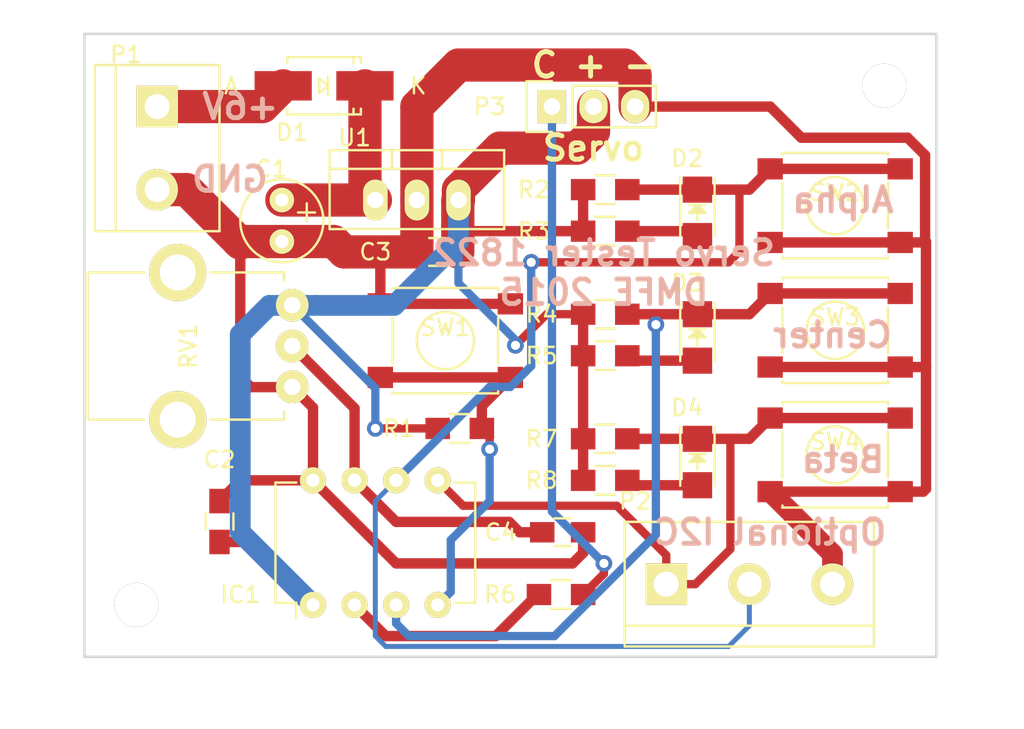
<source format=kicad_pcb>
(kicad_pcb (version 4) (host pcbnew "(2015-10-14 BZR 6269)-product")

  (general
    (links 56)
    (no_connects 0)
    (area 103.429999 98.984999 155.650001 137.235001)
    (thickness 1.6)
    (drawings 13)
    (tracks 161)
    (zones 0)
    (modules 28)
    (nets 15)
  )

  (page A)
  (title_block
    (title "R/C Servo Tester 1822")
    (date 9/19/2015)
    (rev n/c)
    (company "Oxford V.U.E., Inc.")
    (comment 1 "GPL v2")
  )

  (layers
    (0 F.Cu signal)
    (31 B.Cu signal)
    (32 B.Adhes user)
    (33 F.Adhes user)
    (34 B.Paste user)
    (35 F.Paste user)
    (36 B.SilkS user)
    (37 F.SilkS user)
    (38 B.Mask user)
    (39 F.Mask user)
    (40 Dwgs.User user)
    (41 Cmts.User user)
    (42 Eco1.User user)
    (43 Eco2.User user)
    (44 Edge.Cuts user)
    (45 Margin user)
    (46 B.CrtYd user)
    (47 F.CrtYd user)
    (48 B.Fab user)
    (49 F.Fab user)
  )

  (setup
    (last_trace_width 2.032)
    (user_trace_width 0.3048)
    (user_trace_width 0.508)
    (user_trace_width 0.635)
    (user_trace_width 1.27)
    (user_trace_width 2.032)
    (user_trace_width 2.54)
    (trace_clearance 0.2)
    (zone_clearance 0.508)
    (zone_45_only no)
    (trace_min 0.2)
    (segment_width 0.2)
    (edge_width 0.15)
    (via_size 1.016)
    (via_drill 0.5588)
    (via_min_size 0.4)
    (via_min_drill 0.3)
    (uvia_size 0.3)
    (uvia_drill 0.1)
    (uvias_allowed no)
    (uvia_min_size 0.2)
    (uvia_min_drill 0.1)
    (pcb_text_width 0.3)
    (pcb_text_size 1.5 1.5)
    (mod_edge_width 0.15)
    (mod_text_size 1 1)
    (mod_text_width 0.15)
    (pad_size 2.49936 1.50114)
    (pad_drill 1.00076)
    (pad_to_mask_clearance 0)
    (aux_axis_origin 0 0)
    (visible_elements FFFEFF7F)
    (pcbplotparams
      (layerselection 0x010f0_80000001)
      (usegerberextensions true)
      (excludeedgelayer true)
      (linewidth 0.100000)
      (plotframeref false)
      (viasonmask false)
      (mode 1)
      (useauxorigin false)
      (hpglpennumber 1)
      (hpglpenspeed 20)
      (hpglpendiameter 15)
      (hpglpenoverlay 2)
      (psnegative false)
      (psa4output false)
      (plotreference true)
      (plotvalue true)
      (plotinvisibletext false)
      (padsonsilk false)
      (subtractmaskfromsilk false)
      (outputformat 1)
      (mirror false)
      (drillshape 0)
      (scaleselection 1)
      (outputdirectory Fab/))
  )

  (net 0 "")
  (net 1 GND)
  (net 2 "Net-(C1-Pad1)")
  (net 3 +5V)
  (net 4 "Net-(C4-Pad1)")
  (net 5 "Net-(D1-Pad2)")
  (net 6 "Net-(D2-Pad2)")
  (net 7 "Net-(D2-Pad1)")
  (net 8 "Net-(D3-Pad2)")
  (net 9 "Net-(D3-Pad1)")
  (net 10 "Net-(D4-Pad2)")
  (net 11 "Net-(D4-Pad1)")
  (net 12 "Net-(IC1-Pad2)")
  (net 13 "Net-(IC1-Pad4)")
  (net 14 "Net-(P3-Pad1)")

  (net_class Default "This is the default net class."
    (clearance 0.2)
    (trace_width 0.3048)
    (via_dia 1.016)
    (via_drill 0.5588)
    (uvia_dia 0.3)
    (uvia_drill 0.1)
    (add_net +5V)
    (add_net GND)
    (add_net "Net-(C1-Pad1)")
    (add_net "Net-(C4-Pad1)")
    (add_net "Net-(D1-Pad2)")
    (add_net "Net-(D2-Pad1)")
    (add_net "Net-(D2-Pad2)")
    (add_net "Net-(D3-Pad1)")
    (add_net "Net-(D3-Pad2)")
    (add_net "Net-(D4-Pad1)")
    (add_net "Net-(D4-Pad2)")
    (add_net "Net-(IC1-Pad2)")
    (add_net "Net-(IC1-Pad4)")
    (add_net "Net-(P3-Pad1)")
  )

  (module Capacitors_Elko_ThroughHole:Elko_vert_11x5mm_RM2.5 (layer F.Cu) (tedit 5454A2C2) (tstamp 55FDDBF7)
    (at 115.57 109.22 270)
    (descr "Electrolytic Capacitor, vertical, diameter 5mm, radial, RM 2,5mm")
    (tags "Electrolytic Capacitor, vertical, diameter 5mm, radial, RM 2,5mm, Elko, Electrolytkondensator, Kondensator gepolt, Durchmesser 5mm")
    (path /55FDC946)
    (fp_text reference C1 (at -1.905 0.635 360) (layer F.SilkS)
      (effects (font (size 1 1) (thickness 0.15)))
    )
    (fp_text value 2.2uf (at 1.27 5.08 270) (layer F.Fab)
      (effects (font (size 1 1) (thickness 0.15)))
    )
    (fp_line (start 0.2032 -1.524) (end 1.27 -1.524) (layer F.Cu) (width 0.15))
    (fp_line (start 0.762 -2.032) (end 0.762 -0.9906) (layer F.Cu) (width 0.15))
    (fp_line (start 1.27 -1.524) (end 0.2032 -1.524) (layer F.SilkS) (width 0.15))
    (fp_line (start 0.762 -2.032) (end 0.762 -0.9906) (layer F.SilkS) (width 0.15))
    (fp_circle (center 1.27 0) (end 3.81 0) (layer F.SilkS) (width 0.15))
    (pad 2 thru_hole circle (at 2.54 0 270) (size 1.50114 1.50114) (drill 0.8001) (layers *.Cu *.Mask F.SilkS)
      (net 1 GND))
    (pad 1 thru_hole circle (at 0 0 270) (size 1.50114 1.50114) (drill 0.8001) (layers *.Cu *.Mask F.SilkS)
      (net 2 "Net-(C1-Pad1)"))
    (model Capacitors_Elko_ThroughHole.3dshapes/Elko_vert_11x5mm_RM2.5.wrl
      (at (xyz 0 0 0))
      (scale (xyz 1 1 1))
      (rotate (xyz 0 0 0))
    )
  )

  (module Capacitors_SMD:C_0805_HandSoldering (layer F.Cu) (tedit 541A9B8D) (tstamp 55FDDBFD)
    (at 111.76 128.885 90)
    (descr "Capacitor SMD 0805, hand soldering")
    (tags "capacitor 0805")
    (path /55FDC8F4)
    (attr smd)
    (fp_text reference C2 (at 3.79 0 180) (layer F.SilkS)
      (effects (font (size 1 1) (thickness 0.15)))
    )
    (fp_text value .1uf (at 0 2.1 90) (layer F.Fab)
      (effects (font (size 1 1) (thickness 0.15)))
    )
    (fp_line (start -2.3 -1) (end 2.3 -1) (layer F.CrtYd) (width 0.05))
    (fp_line (start -2.3 1) (end 2.3 1) (layer F.CrtYd) (width 0.05))
    (fp_line (start -2.3 -1) (end -2.3 1) (layer F.CrtYd) (width 0.05))
    (fp_line (start 2.3 -1) (end 2.3 1) (layer F.CrtYd) (width 0.05))
    (fp_line (start 0.5 -0.85) (end -0.5 -0.85) (layer F.SilkS) (width 0.15))
    (fp_line (start -0.5 0.85) (end 0.5 0.85) (layer F.SilkS) (width 0.15))
    (pad 1 smd rect (at -1.25 0 90) (size 1.5 1.25) (layers F.Cu F.Paste F.Mask)
      (net 3 +5V))
    (pad 2 smd rect (at 1.25 0 90) (size 1.5 1.25) (layers F.Cu F.Paste F.Mask)
      (net 1 GND))
    (model Capacitors_SMD.3dshapes/C_0805_HandSoldering.wrl
      (at (xyz 0 0 0))
      (scale (xyz 1 1 1))
      (rotate (xyz 0 0 0))
    )
  )

  (module Capacitors_SMD:C_0805_HandSoldering (layer F.Cu) (tedit 541A9B8D) (tstamp 55FDDC03)
    (at 125.075 112.395 180)
    (descr "Capacitor SMD 0805, hand soldering")
    (tags "capacitor 0805")
    (path /55FDC922)
    (attr smd)
    (fp_text reference C3 (at 3.79 0 180) (layer F.SilkS)
      (effects (font (size 1 1) (thickness 0.15)))
    )
    (fp_text value .1uf (at 0 2.1 180) (layer F.Fab)
      (effects (font (size 1 1) (thickness 0.15)))
    )
    (fp_line (start -2.3 -1) (end 2.3 -1) (layer F.CrtYd) (width 0.05))
    (fp_line (start -2.3 1) (end 2.3 1) (layer F.CrtYd) (width 0.05))
    (fp_line (start -2.3 -1) (end -2.3 1) (layer F.CrtYd) (width 0.05))
    (fp_line (start 2.3 -1) (end 2.3 1) (layer F.CrtYd) (width 0.05))
    (fp_line (start 0.5 -0.85) (end -0.5 -0.85) (layer F.SilkS) (width 0.15))
    (fp_line (start -0.5 0.85) (end 0.5 0.85) (layer F.SilkS) (width 0.15))
    (pad 1 smd rect (at -1.25 0 180) (size 1.5 1.25) (layers F.Cu F.Paste F.Mask)
      (net 3 +5V))
    (pad 2 smd rect (at 1.25 0 180) (size 1.5 1.25) (layers F.Cu F.Paste F.Mask)
      (net 1 GND))
    (model Capacitors_SMD.3dshapes/C_0805_HandSoldering.wrl
      (at (xyz 0 0 0))
      (scale (xyz 1 1 1))
      (rotate (xyz 0 0 0))
    )
  )

  (module Capacitors_SMD:C_0805_HandSoldering (layer F.Cu) (tedit 541A9B8D) (tstamp 55FDDC09)
    (at 132.735 129.54)
    (descr "Capacitor SMD 0805, hand soldering")
    (tags "capacitor 0805")
    (path /55FDCCB0)
    (attr smd)
    (fp_text reference C4 (at -3.79 0) (layer F.SilkS)
      (effects (font (size 1 1) (thickness 0.15)))
    )
    (fp_text value .1uf (at 0 2.1) (layer F.Fab)
      (effects (font (size 1 1) (thickness 0.15)))
    )
    (fp_line (start -2.3 -1) (end 2.3 -1) (layer F.CrtYd) (width 0.05))
    (fp_line (start -2.3 1) (end 2.3 1) (layer F.CrtYd) (width 0.05))
    (fp_line (start -2.3 -1) (end -2.3 1) (layer F.CrtYd) (width 0.05))
    (fp_line (start 2.3 -1) (end 2.3 1) (layer F.CrtYd) (width 0.05))
    (fp_line (start 0.5 -0.85) (end -0.5 -0.85) (layer F.SilkS) (width 0.15))
    (fp_line (start -0.5 0.85) (end 0.5 0.85) (layer F.SilkS) (width 0.15))
    (pad 1 smd rect (at -1.25 0) (size 1.5 1.25) (layers F.Cu F.Paste F.Mask)
      (net 4 "Net-(C4-Pad1)"))
    (pad 2 smd rect (at 1.25 0) (size 1.5 1.25) (layers F.Cu F.Paste F.Mask)
      (net 1 GND))
    (model Capacitors_SMD.3dshapes/C_0805_HandSoldering.wrl
      (at (xyz 0 0 0))
      (scale (xyz 1 1 1))
      (rotate (xyz 0 0 0))
    )
  )

  (module Diodes_SMD:Diode-SMA_Handsoldering (layer F.Cu) (tedit 552FF1AB) (tstamp 55FDDC0F)
    (at 118.15064 102.235 180)
    (descr "Diode SMA Handsoldering")
    (tags "Diode SMA Handsoldering")
    (path /55FDC8B2)
    (attr smd)
    (fp_text reference D1 (at 1.94564 -2.85 180) (layer F.SilkS)
      (effects (font (size 1 1) (thickness 0.15)))
    )
    (fp_text value Diode (at 0.05 4.4 180) (layer F.Fab)
      (effects (font (size 1 1) (thickness 0.15)))
    )
    (fp_line (start -4.5 -2) (end 4.5 -2) (layer F.CrtYd) (width 0.05))
    (fp_line (start 4.5 -2) (end 4.5 2) (layer F.CrtYd) (width 0.05))
    (fp_line (start 4.5 2) (end -4.5 2) (layer F.CrtYd) (width 0.05))
    (fp_line (start -4.5 2) (end -4.5 -2) (layer F.CrtYd) (width 0.05))
    (fp_line (start -0.25 0) (end 0.3 -0.45) (layer F.SilkS) (width 0.15))
    (fp_line (start 0.3 -0.45) (end 0.3 0.45) (layer F.SilkS) (width 0.15))
    (fp_line (start 0.3 0.45) (end -0.25 0) (layer F.SilkS) (width 0.15))
    (fp_line (start -0.25 -0.55) (end -0.25 0.55) (layer F.SilkS) (width 0.15))
    (fp_text user K (at -5.75564 0 180) (layer F.SilkS)
      (effects (font (size 1 1) (thickness 0.15)))
    )
    (fp_text user A (at 5.67436 0 180) (layer F.SilkS)
      (effects (font (size 1 1) (thickness 0.15)))
    )
    (fp_line (start -1.79914 1.75006) (end -1.79914 1.39954) (layer F.SilkS) (width 0.15))
    (fp_line (start -1.79914 -1.75006) (end -1.79914 -1.39954) (layer F.SilkS) (width 0.15))
    (fp_line (start 2.25044 1.75006) (end 2.25044 1.39954) (layer F.SilkS) (width 0.15))
    (fp_line (start -2.25044 1.75006) (end -2.25044 1.39954) (layer F.SilkS) (width 0.15))
    (fp_line (start -2.25044 -1.75006) (end -2.25044 -1.39954) (layer F.SilkS) (width 0.15))
    (fp_line (start 2.25044 -1.75006) (end 2.25044 -1.39954) (layer F.SilkS) (width 0.15))
    (fp_line (start -2.25044 1.75006) (end 2.25044 1.75006) (layer F.SilkS) (width 0.15))
    (fp_line (start -2.25044 -1.75006) (end 2.25044 -1.75006) (layer F.SilkS) (width 0.15))
    (pad 1 smd rect (at -2.49936 0 180) (size 3.50012 1.80086) (layers F.Cu F.Paste F.Mask)
      (net 2 "Net-(C1-Pad1)"))
    (pad 2 smd rect (at 2.49936 0 180) (size 3.50012 1.80086) (layers F.Cu F.Paste F.Mask)
      (net 5 "Net-(D1-Pad2)"))
    (model Diodes_SMD.3dshapes/Diode-SMA_Handsoldering.wrl
      (at (xyz 0 0 0))
      (scale (xyz 0.3937 0.3937 0.3937))
      (rotate (xyz 0 0 180))
    )
  )

  (module LEDs:LED-1206 (layer F.Cu) (tedit 55BDE2E8) (tstamp 55FDDC15)
    (at 140.97 110.00486 270)
    (descr "LED 1206 smd package")
    (tags "LED1206 SMD")
    (path /55FDCE48)
    (attr smd)
    (fp_text reference D2 (at -3.32486 0.635 360) (layer F.SilkS)
      (effects (font (size 1 1) (thickness 0.15)))
    )
    (fp_text value LED (at 0 2 270) (layer F.Fab)
      (effects (font (size 1 1) (thickness 0.15)))
    )
    (fp_line (start -2.15 1.05) (end 1.45 1.05) (layer F.SilkS) (width 0.15))
    (fp_line (start -2.15 -1.05) (end 1.45 -1.05) (layer F.SilkS) (width 0.15))
    (fp_line (start -0.1 -0.3) (end -0.1 0.3) (layer F.SilkS) (width 0.15))
    (fp_line (start -0.1 0.3) (end -0.4 0) (layer F.SilkS) (width 0.15))
    (fp_line (start -0.4 0) (end -0.2 -0.2) (layer F.SilkS) (width 0.15))
    (fp_line (start -0.2 -0.2) (end -0.2 0.05) (layer F.SilkS) (width 0.15))
    (fp_line (start -0.2 0.05) (end -0.25 0) (layer F.SilkS) (width 0.15))
    (fp_line (start -0.5 -0.5) (end -0.5 0.5) (layer F.SilkS) (width 0.15))
    (fp_line (start 0 0) (end 0.5 0) (layer F.SilkS) (width 0.15))
    (fp_line (start -0.5 0) (end 0 -0.5) (layer F.SilkS) (width 0.15))
    (fp_line (start 0 -0.5) (end 0 0.5) (layer F.SilkS) (width 0.15))
    (fp_line (start 0 0.5) (end -0.5 0) (layer F.SilkS) (width 0.15))
    (fp_line (start 2.5 -1.25) (end -2.5 -1.25) (layer F.CrtYd) (width 0.05))
    (fp_line (start -2.5 -1.25) (end -2.5 1.25) (layer F.CrtYd) (width 0.05))
    (fp_line (start -2.5 1.25) (end 2.5 1.25) (layer F.CrtYd) (width 0.05))
    (fp_line (start 2.5 1.25) (end 2.5 -1.25) (layer F.CrtYd) (width 0.05))
    (pad 2 smd rect (at 1.41986 0 90) (size 1.59766 1.80086) (layers F.Cu F.Paste F.Mask)
      (net 6 "Net-(D2-Pad2)"))
    (pad 1 smd rect (at -1.41986 0 90) (size 1.59766 1.80086) (layers F.Cu F.Paste F.Mask)
      (net 7 "Net-(D2-Pad1)"))
  )

  (module LEDs:LED-1206 (layer F.Cu) (tedit 55BDE2E8) (tstamp 55FDDC1B)
    (at 140.97 117.62486 270)
    (descr "LED 1206 smd package")
    (tags "LED1206 SMD")
    (path /55FDCE95)
    (attr smd)
    (fp_text reference D3 (at -3.32486 0.635 360) (layer F.SilkS)
      (effects (font (size 1 1) (thickness 0.15)))
    )
    (fp_text value LED (at 0 2 270) (layer F.Fab)
      (effects (font (size 1 1) (thickness 0.15)))
    )
    (fp_line (start -2.15 1.05) (end 1.45 1.05) (layer F.SilkS) (width 0.15))
    (fp_line (start -2.15 -1.05) (end 1.45 -1.05) (layer F.SilkS) (width 0.15))
    (fp_line (start -0.1 -0.3) (end -0.1 0.3) (layer F.SilkS) (width 0.15))
    (fp_line (start -0.1 0.3) (end -0.4 0) (layer F.SilkS) (width 0.15))
    (fp_line (start -0.4 0) (end -0.2 -0.2) (layer F.SilkS) (width 0.15))
    (fp_line (start -0.2 -0.2) (end -0.2 0.05) (layer F.SilkS) (width 0.15))
    (fp_line (start -0.2 0.05) (end -0.25 0) (layer F.SilkS) (width 0.15))
    (fp_line (start -0.5 -0.5) (end -0.5 0.5) (layer F.SilkS) (width 0.15))
    (fp_line (start 0 0) (end 0.5 0) (layer F.SilkS) (width 0.15))
    (fp_line (start -0.5 0) (end 0 -0.5) (layer F.SilkS) (width 0.15))
    (fp_line (start 0 -0.5) (end 0 0.5) (layer F.SilkS) (width 0.15))
    (fp_line (start 0 0.5) (end -0.5 0) (layer F.SilkS) (width 0.15))
    (fp_line (start 2.5 -1.25) (end -2.5 -1.25) (layer F.CrtYd) (width 0.05))
    (fp_line (start -2.5 -1.25) (end -2.5 1.25) (layer F.CrtYd) (width 0.05))
    (fp_line (start -2.5 1.25) (end 2.5 1.25) (layer F.CrtYd) (width 0.05))
    (fp_line (start 2.5 1.25) (end 2.5 -1.25) (layer F.CrtYd) (width 0.05))
    (pad 2 smd rect (at 1.41986 0 90) (size 1.59766 1.80086) (layers F.Cu F.Paste F.Mask)
      (net 8 "Net-(D3-Pad2)"))
    (pad 1 smd rect (at -1.41986 0 90) (size 1.59766 1.80086) (layers F.Cu F.Paste F.Mask)
      (net 9 "Net-(D3-Pad1)"))
  )

  (module LEDs:LED-1206 (layer F.Cu) (tedit 55BDE2E8) (tstamp 55FDDC21)
    (at 140.97 125.24486 270)
    (descr "LED 1206 smd package")
    (tags "LED1206 SMD")
    (path /55FDCED0)
    (attr smd)
    (fp_text reference D4 (at -3.32486 0.635 360) (layer F.SilkS)
      (effects (font (size 1 1) (thickness 0.15)))
    )
    (fp_text value LED (at 0 2 270) (layer F.Fab)
      (effects (font (size 1 1) (thickness 0.15)))
    )
    (fp_line (start -2.15 1.05) (end 1.45 1.05) (layer F.SilkS) (width 0.15))
    (fp_line (start -2.15 -1.05) (end 1.45 -1.05) (layer F.SilkS) (width 0.15))
    (fp_line (start -0.1 -0.3) (end -0.1 0.3) (layer F.SilkS) (width 0.15))
    (fp_line (start -0.1 0.3) (end -0.4 0) (layer F.SilkS) (width 0.15))
    (fp_line (start -0.4 0) (end -0.2 -0.2) (layer F.SilkS) (width 0.15))
    (fp_line (start -0.2 -0.2) (end -0.2 0.05) (layer F.SilkS) (width 0.15))
    (fp_line (start -0.2 0.05) (end -0.25 0) (layer F.SilkS) (width 0.15))
    (fp_line (start -0.5 -0.5) (end -0.5 0.5) (layer F.SilkS) (width 0.15))
    (fp_line (start 0 0) (end 0.5 0) (layer F.SilkS) (width 0.15))
    (fp_line (start -0.5 0) (end 0 -0.5) (layer F.SilkS) (width 0.15))
    (fp_line (start 0 -0.5) (end 0 0.5) (layer F.SilkS) (width 0.15))
    (fp_line (start 0 0.5) (end -0.5 0) (layer F.SilkS) (width 0.15))
    (fp_line (start 2.5 -1.25) (end -2.5 -1.25) (layer F.CrtYd) (width 0.05))
    (fp_line (start -2.5 -1.25) (end -2.5 1.25) (layer F.CrtYd) (width 0.05))
    (fp_line (start -2.5 1.25) (end 2.5 1.25) (layer F.CrtYd) (width 0.05))
    (fp_line (start 2.5 1.25) (end 2.5 -1.25) (layer F.CrtYd) (width 0.05))
    (pad 2 smd rect (at 1.41986 0 90) (size 1.59766 1.80086) (layers F.Cu F.Paste F.Mask)
      (net 10 "Net-(D4-Pad2)"))
    (pad 1 smd rect (at -1.41986 0 90) (size 1.59766 1.80086) (layers F.Cu F.Paste F.Mask)
      (net 11 "Net-(D4-Pad1)"))
  )

  (module Housings_DIP:DIP-8_W7.62mm (layer F.Cu) (tedit 54130A77) (tstamp 55FDDC2D)
    (at 117.475 133.985 90)
    (descr "8-lead dip package, row spacing 7.62 mm (300 mils)")
    (tags "dil dip 2.54 300")
    (path /55FDC810)
    (fp_text reference IC1 (at 0.635 -4.445 180) (layer F.SilkS)
      (effects (font (size 1 1) (thickness 0.15)))
    )
    (fp_text value "PIC12(L)F1822-I/P" (at 0 -3.72 90) (layer F.Fab)
      (effects (font (size 1 1) (thickness 0.15)))
    )
    (fp_line (start -1.05 -2.45) (end -1.05 10.1) (layer F.CrtYd) (width 0.05))
    (fp_line (start 8.65 -2.45) (end 8.65 10.1) (layer F.CrtYd) (width 0.05))
    (fp_line (start -1.05 -2.45) (end 8.65 -2.45) (layer F.CrtYd) (width 0.05))
    (fp_line (start -1.05 10.1) (end 8.65 10.1) (layer F.CrtYd) (width 0.05))
    (fp_line (start 0.135 -2.295) (end 0.135 -1.025) (layer F.SilkS) (width 0.15))
    (fp_line (start 7.485 -2.295) (end 7.485 -1.025) (layer F.SilkS) (width 0.15))
    (fp_line (start 7.485 9.915) (end 7.485 8.645) (layer F.SilkS) (width 0.15))
    (fp_line (start 0.135 9.915) (end 0.135 8.645) (layer F.SilkS) (width 0.15))
    (fp_line (start 0.135 -2.295) (end 7.485 -2.295) (layer F.SilkS) (width 0.15))
    (fp_line (start 0.135 9.915) (end 7.485 9.915) (layer F.SilkS) (width 0.15))
    (fp_line (start 0.135 -1.025) (end -0.8 -1.025) (layer F.SilkS) (width 0.15))
    (pad 1 thru_hole oval (at 0 0 90) (size 1.6 1.6) (drill 0.8) (layers *.Cu *.Mask F.SilkS)
      (net 3 +5V))
    (pad 2 thru_hole oval (at 0 2.54 90) (size 1.6 1.6) (drill 0.8) (layers *.Cu *.Mask F.SilkS)
      (net 12 "Net-(IC1-Pad2)"))
    (pad 3 thru_hole oval (at 0 5.08 90) (size 1.6 1.6) (drill 0.8) (layers *.Cu *.Mask F.SilkS)
      (net 9 "Net-(D3-Pad1)"))
    (pad 4 thru_hole oval (at 0 7.62 90) (size 1.6 1.6) (drill 0.8) (layers *.Cu *.Mask F.SilkS)
      (net 13 "Net-(IC1-Pad4)"))
    (pad 5 thru_hole oval (at 7.62 7.62 90) (size 1.6 1.6) (drill 0.8) (layers *.Cu *.Mask F.SilkS)
      (net 11 "Net-(D4-Pad1)"))
    (pad 6 thru_hole oval (at 7.62 5.08 90) (size 1.6 1.6) (drill 0.8) (layers *.Cu *.Mask F.SilkS)
      (net 7 "Net-(D2-Pad1)"))
    (pad 7 thru_hole oval (at 7.62 2.54 90) (size 1.6 1.6) (drill 0.8) (layers *.Cu *.Mask F.SilkS)
      (net 4 "Net-(C4-Pad1)"))
    (pad 8 thru_hole oval (at 7.62 0 90) (size 1.6 1.6) (drill 0.8) (layers *.Cu *.Mask F.SilkS)
      (net 1 GND))
    (model Housings_DIP.3dshapes/DIP-8_W7.62mm.wrl
      (at (xyz 0 0 0))
      (scale (xyz 1 1 1))
      (rotate (xyz 0 0 0))
    )
  )

  (module Connect:bornier2 (layer F.Cu) (tedit 0) (tstamp 55FDDC33)
    (at 107.95 106.045 270)
    (descr "Bornier d'alimentation 2 pins")
    (tags DEV)
    (path /55FDC83E)
    (fp_text reference P1 (at -5.715 1.905 360) (layer F.SilkS)
      (effects (font (size 1 1) (thickness 0.15)))
    )
    (fp_text value CONN_01X02 (at 0 5.08 270) (layer F.Fab)
      (effects (font (size 1 1) (thickness 0.15)))
    )
    (fp_line (start 5.08 2.54) (end -5.08 2.54) (layer F.SilkS) (width 0.15))
    (fp_line (start 5.08 3.81) (end 5.08 -3.81) (layer F.SilkS) (width 0.15))
    (fp_line (start 5.08 -3.81) (end -5.08 -3.81) (layer F.SilkS) (width 0.15))
    (fp_line (start -5.08 -3.81) (end -5.08 3.81) (layer F.SilkS) (width 0.15))
    (fp_line (start -5.08 3.81) (end 5.08 3.81) (layer F.SilkS) (width 0.15))
    (pad 1 thru_hole rect (at -2.54 0 270) (size 2.54 2.54) (drill 1.524) (layers *.Cu *.Mask F.SilkS)
      (net 5 "Net-(D1-Pad2)"))
    (pad 2 thru_hole circle (at 2.54 0 270) (size 2.54 2.54) (drill 1.524) (layers *.Cu *.Mask F.SilkS)
      (net 1 GND))
    (model Connect.3dshapes/bornier2.wrl
      (at (xyz 0 0 0))
      (scale (xyz 1 1 1))
      (rotate (xyz 0 0 0))
    )
  )

  (module Connect:bornier3 (layer F.Cu) (tedit 0) (tstamp 55FDDC3A)
    (at 144.145 132.715)
    (descr "Bornier d'alimentation 3 pins")
    (tags DEV)
    (path /55FDDCC3)
    (fp_text reference P2 (at -6.985 -5.08) (layer F.SilkS)
      (effects (font (size 1 1) (thickness 0.15)))
    )
    (fp_text value CONN_01X03 (at 0 5.08) (layer F.Fab)
      (effects (font (size 1 1) (thickness 0.15)))
    )
    (fp_line (start -7.62 3.81) (end -7.62 -3.81) (layer F.SilkS) (width 0.15))
    (fp_line (start 7.62 3.81) (end 7.62 -3.81) (layer F.SilkS) (width 0.15))
    (fp_line (start -7.62 2.54) (end 7.62 2.54) (layer F.SilkS) (width 0.15))
    (fp_line (start -7.62 -3.81) (end 7.62 -3.81) (layer F.SilkS) (width 0.15))
    (fp_line (start -7.62 3.81) (end 7.62 3.81) (layer F.SilkS) (width 0.15))
    (pad 1 thru_hole rect (at -5.08 0) (size 2.54 2.54) (drill 1.524) (layers *.Cu *.Mask F.SilkS)
      (net 11 "Net-(D4-Pad1)"))
    (pad 2 thru_hole circle (at 0 0) (size 2.54 2.54) (drill 1.524) (layers *.Cu *.Mask F.SilkS)
      (net 7 "Net-(D2-Pad1)"))
    (pad 3 thru_hole circle (at 5.08 0) (size 2.54 2.54) (drill 1.524) (layers *.Cu *.Mask F.SilkS)
      (net 1 GND))
    (model Connect.3dshapes/bornier3.wrl
      (at (xyz 0 0 0))
      (scale (xyz 1 1 1))
      (rotate (xyz 0 0 0))
    )
  )

  (module Pin_Headers:Pin_Header_Straight_1x03 (layer F.Cu) (tedit 0) (tstamp 55FDDC41)
    (at 132.08 103.505 90)
    (descr "Through hole pin header")
    (tags "pin header")
    (path /55FDCB9C)
    (fp_text reference P3 (at 0 -3.81 180) (layer F.SilkS)
      (effects (font (size 1 1) (thickness 0.15)))
    )
    (fp_text value CONN_01X03 (at 0 -3.1 90) (layer F.Fab)
      (effects (font (size 1 1) (thickness 0.15)))
    )
    (fp_line (start -1.75 -1.75) (end -1.75 6.85) (layer F.CrtYd) (width 0.05))
    (fp_line (start 1.75 -1.75) (end 1.75 6.85) (layer F.CrtYd) (width 0.05))
    (fp_line (start -1.75 -1.75) (end 1.75 -1.75) (layer F.CrtYd) (width 0.05))
    (fp_line (start -1.75 6.85) (end 1.75 6.85) (layer F.CrtYd) (width 0.05))
    (fp_line (start -1.27 1.27) (end -1.27 6.35) (layer F.SilkS) (width 0.15))
    (fp_line (start -1.27 6.35) (end 1.27 6.35) (layer F.SilkS) (width 0.15))
    (fp_line (start 1.27 6.35) (end 1.27 1.27) (layer F.SilkS) (width 0.15))
    (fp_line (start 1.55 -1.55) (end 1.55 0) (layer F.SilkS) (width 0.15))
    (fp_line (start 1.27 1.27) (end -1.27 1.27) (layer F.SilkS) (width 0.15))
    (fp_line (start -1.55 0) (end -1.55 -1.55) (layer F.SilkS) (width 0.15))
    (fp_line (start -1.55 -1.55) (end 1.55 -1.55) (layer F.SilkS) (width 0.15))
    (pad 1 thru_hole rect (at 0 0 90) (size 2.032 1.7272) (drill 1.016) (layers *.Cu *.Mask F.SilkS)
      (net 14 "Net-(P3-Pad1)"))
    (pad 2 thru_hole oval (at 0 2.54 90) (size 2.032 1.7272) (drill 1.016) (layers *.Cu *.Mask F.SilkS)
      (net 3 +5V))
    (pad 3 thru_hole oval (at 0 5.08 90) (size 2.032 1.7272) (drill 1.016) (layers *.Cu *.Mask F.SilkS)
      (net 1 GND))
    (model Pin_Headers.3dshapes/Pin_Header_Straight_1x03.wrl
      (at (xyz 0 -0.1 0))
      (scale (xyz 1 1 1))
      (rotate (xyz 0 0 90))
    )
  )

  (module Resistors_SMD:R_0805_HandSoldering (layer F.Cu) (tedit 54189DEE) (tstamp 55FDDC47)
    (at 126.445 123.19)
    (descr "Resistor SMD 0805, hand soldering")
    (tags "resistor 0805")
    (path /55FDE33E)
    (attr smd)
    (fp_text reference R1 (at -3.73 0) (layer F.SilkS)
      (effects (font (size 1 1) (thickness 0.15)))
    )
    (fp_text value 10K (at 0 2.1) (layer F.Fab)
      (effects (font (size 1 1) (thickness 0.15)))
    )
    (fp_line (start -2.4 -1) (end 2.4 -1) (layer F.CrtYd) (width 0.05))
    (fp_line (start -2.4 1) (end 2.4 1) (layer F.CrtYd) (width 0.05))
    (fp_line (start -2.4 -1) (end -2.4 1) (layer F.CrtYd) (width 0.05))
    (fp_line (start 2.4 -1) (end 2.4 1) (layer F.CrtYd) (width 0.05))
    (fp_line (start 0.6 0.875) (end -0.6 0.875) (layer F.SilkS) (width 0.15))
    (fp_line (start -0.6 -0.875) (end 0.6 -0.875) (layer F.SilkS) (width 0.15))
    (pad 1 smd rect (at -1.35 0) (size 1.5 1.3) (layers F.Cu F.Paste F.Mask)
      (net 3 +5V))
    (pad 2 smd rect (at 1.35 0) (size 1.5 1.3) (layers F.Cu F.Paste F.Mask)
      (net 13 "Net-(IC1-Pad4)"))
    (model Resistors_SMD.3dshapes/R_0805_HandSoldering.wrl
      (at (xyz 0 0 0))
      (scale (xyz 1 1 1))
      (rotate (xyz 0 0 0))
    )
  )

  (module Resistors_SMD:R_0805_HandSoldering (layer F.Cu) (tedit 54189DEE) (tstamp 55FDDC4D)
    (at 135.335 108.585)
    (descr "Resistor SMD 0805, hand soldering")
    (tags "resistor 0805")
    (path /55FDD084)
    (attr smd)
    (fp_text reference R2 (at -4.365 0) (layer F.SilkS)
      (effects (font (size 1 1) (thickness 0.15)))
    )
    (fp_text value 10K (at 0 2.1) (layer F.Fab)
      (effects (font (size 1 1) (thickness 0.15)))
    )
    (fp_line (start -2.4 -1) (end 2.4 -1) (layer F.CrtYd) (width 0.05))
    (fp_line (start -2.4 1) (end 2.4 1) (layer F.CrtYd) (width 0.05))
    (fp_line (start -2.4 -1) (end -2.4 1) (layer F.CrtYd) (width 0.05))
    (fp_line (start 2.4 -1) (end 2.4 1) (layer F.CrtYd) (width 0.05))
    (fp_line (start 0.6 0.875) (end -0.6 0.875) (layer F.SilkS) (width 0.15))
    (fp_line (start -0.6 -0.875) (end 0.6 -0.875) (layer F.SilkS) (width 0.15))
    (pad 1 smd rect (at -1.35 0) (size 1.5 1.3) (layers F.Cu F.Paste F.Mask)
      (net 3 +5V))
    (pad 2 smd rect (at 1.35 0) (size 1.5 1.3) (layers F.Cu F.Paste F.Mask)
      (net 7 "Net-(D2-Pad1)"))
    (model Resistors_SMD.3dshapes/R_0805_HandSoldering.wrl
      (at (xyz 0 0 0))
      (scale (xyz 1 1 1))
      (rotate (xyz 0 0 0))
    )
  )

  (module Resistors_SMD:R_0805_HandSoldering (layer F.Cu) (tedit 54189DEE) (tstamp 55FDDC53)
    (at 135.335 111.125)
    (descr "Resistor SMD 0805, hand soldering")
    (tags "resistor 0805")
    (path /55FDD018)
    (attr smd)
    (fp_text reference R3 (at -4.365 0) (layer F.SilkS)
      (effects (font (size 1 1) (thickness 0.15)))
    )
    (fp_text value 1K (at 0 2.1) (layer F.Fab)
      (effects (font (size 1 1) (thickness 0.15)))
    )
    (fp_line (start -2.4 -1) (end 2.4 -1) (layer F.CrtYd) (width 0.05))
    (fp_line (start -2.4 1) (end 2.4 1) (layer F.CrtYd) (width 0.05))
    (fp_line (start -2.4 -1) (end -2.4 1) (layer F.CrtYd) (width 0.05))
    (fp_line (start 2.4 -1) (end 2.4 1) (layer F.CrtYd) (width 0.05))
    (fp_line (start 0.6 0.875) (end -0.6 0.875) (layer F.SilkS) (width 0.15))
    (fp_line (start -0.6 -0.875) (end 0.6 -0.875) (layer F.SilkS) (width 0.15))
    (pad 1 smd rect (at -1.35 0) (size 1.5 1.3) (layers F.Cu F.Paste F.Mask)
      (net 3 +5V))
    (pad 2 smd rect (at 1.35 0) (size 1.5 1.3) (layers F.Cu F.Paste F.Mask)
      (net 6 "Net-(D2-Pad2)"))
    (model Resistors_SMD.3dshapes/R_0805_HandSoldering.wrl
      (at (xyz 0 0 0))
      (scale (xyz 1 1 1))
      (rotate (xyz 0 0 0))
    )
  )

  (module Resistors_SMD:R_0805_HandSoldering (layer F.Cu) (tedit 54189DEE) (tstamp 55FDDC59)
    (at 135.335 116.205)
    (descr "Resistor SMD 0805, hand soldering")
    (tags "resistor 0805")
    (path /55FDCFC7)
    (attr smd)
    (fp_text reference R4 (at -3.89 0) (layer F.SilkS)
      (effects (font (size 1 1) (thickness 0.15)))
    )
    (fp_text value 10K (at 0 2.1) (layer F.Fab)
      (effects (font (size 1 1) (thickness 0.15)))
    )
    (fp_line (start -2.4 -1) (end 2.4 -1) (layer F.CrtYd) (width 0.05))
    (fp_line (start -2.4 1) (end 2.4 1) (layer F.CrtYd) (width 0.05))
    (fp_line (start -2.4 -1) (end -2.4 1) (layer F.CrtYd) (width 0.05))
    (fp_line (start 2.4 -1) (end 2.4 1) (layer F.CrtYd) (width 0.05))
    (fp_line (start 0.6 0.875) (end -0.6 0.875) (layer F.SilkS) (width 0.15))
    (fp_line (start -0.6 -0.875) (end 0.6 -0.875) (layer F.SilkS) (width 0.15))
    (pad 1 smd rect (at -1.35 0) (size 1.5 1.3) (layers F.Cu F.Paste F.Mask)
      (net 3 +5V))
    (pad 2 smd rect (at 1.35 0) (size 1.5 1.3) (layers F.Cu F.Paste F.Mask)
      (net 9 "Net-(D3-Pad1)"))
    (model Resistors_SMD.3dshapes/R_0805_HandSoldering.wrl
      (at (xyz 0 0 0))
      (scale (xyz 1 1 1))
      (rotate (xyz 0 0 0))
    )
  )

  (module Resistors_SMD:R_0805_HandSoldering (layer F.Cu) (tedit 54189DEE) (tstamp 55FDDC5F)
    (at 135.335 118.745)
    (descr "Resistor SMD 0805, hand soldering")
    (tags "resistor 0805")
    (path /55FDCF1F)
    (attr smd)
    (fp_text reference R5 (at -3.89 0) (layer F.SilkS)
      (effects (font (size 1 1) (thickness 0.15)))
    )
    (fp_text value 1K (at 0 2.1) (layer F.Fab)
      (effects (font (size 1 1) (thickness 0.15)))
    )
    (fp_line (start -2.4 -1) (end 2.4 -1) (layer F.CrtYd) (width 0.05))
    (fp_line (start -2.4 1) (end 2.4 1) (layer F.CrtYd) (width 0.05))
    (fp_line (start -2.4 -1) (end -2.4 1) (layer F.CrtYd) (width 0.05))
    (fp_line (start 2.4 -1) (end 2.4 1) (layer F.CrtYd) (width 0.05))
    (fp_line (start 0.6 0.875) (end -0.6 0.875) (layer F.SilkS) (width 0.15))
    (fp_line (start -0.6 -0.875) (end 0.6 -0.875) (layer F.SilkS) (width 0.15))
    (pad 1 smd rect (at -1.35 0) (size 1.5 1.3) (layers F.Cu F.Paste F.Mask)
      (net 3 +5V))
    (pad 2 smd rect (at 1.35 0) (size 1.5 1.3) (layers F.Cu F.Paste F.Mask)
      (net 8 "Net-(D3-Pad2)"))
    (model Resistors_SMD.3dshapes/R_0805_HandSoldering.wrl
      (at (xyz 0 0 0))
      (scale (xyz 1 1 1))
      (rotate (xyz 0 0 0))
    )
  )

  (module Resistors_SMD:R_0805_HandSoldering (layer F.Cu) (tedit 54189DEE) (tstamp 55FDDC65)
    (at 132.635 133.35 180)
    (descr "Resistor SMD 0805, hand soldering")
    (tags "resistor 0805")
    (path /55FDCBD2)
    (attr smd)
    (fp_text reference R6 (at 3.73 0 180) (layer F.SilkS)
      (effects (font (size 1 1) (thickness 0.15)))
    )
    (fp_text value 220 (at 0 2.1 180) (layer F.Fab)
      (effects (font (size 1 1) (thickness 0.15)))
    )
    (fp_line (start -2.4 -1) (end 2.4 -1) (layer F.CrtYd) (width 0.05))
    (fp_line (start -2.4 1) (end 2.4 1) (layer F.CrtYd) (width 0.05))
    (fp_line (start -2.4 -1) (end -2.4 1) (layer F.CrtYd) (width 0.05))
    (fp_line (start 2.4 -1) (end 2.4 1) (layer F.CrtYd) (width 0.05))
    (fp_line (start 0.6 0.875) (end -0.6 0.875) (layer F.SilkS) (width 0.15))
    (fp_line (start -0.6 -0.875) (end 0.6 -0.875) (layer F.SilkS) (width 0.15))
    (pad 1 smd rect (at -1.35 0 180) (size 1.5 1.3) (layers F.Cu F.Paste F.Mask)
      (net 14 "Net-(P3-Pad1)"))
    (pad 2 smd rect (at 1.35 0 180) (size 1.5 1.3) (layers F.Cu F.Paste F.Mask)
      (net 12 "Net-(IC1-Pad2)"))
    (model Resistors_SMD.3dshapes/R_0805_HandSoldering.wrl
      (at (xyz 0 0 0))
      (scale (xyz 1 1 1))
      (rotate (xyz 0 0 0))
    )
  )

  (module Resistors_SMD:R_0805_HandSoldering (layer F.Cu) (tedit 54189DEE) (tstamp 55FDDC6B)
    (at 135.335 123.825)
    (descr "Resistor SMD 0805, hand soldering")
    (tags "resistor 0805")
    (path /55FDD0E5)
    (attr smd)
    (fp_text reference R7 (at -3.89 0) (layer F.SilkS)
      (effects (font (size 1 1) (thickness 0.15)))
    )
    (fp_text value 10K (at 0 2.1) (layer F.Fab)
      (effects (font (size 1 1) (thickness 0.15)))
    )
    (fp_line (start -2.4 -1) (end 2.4 -1) (layer F.CrtYd) (width 0.05))
    (fp_line (start -2.4 1) (end 2.4 1) (layer F.CrtYd) (width 0.05))
    (fp_line (start -2.4 -1) (end -2.4 1) (layer F.CrtYd) (width 0.05))
    (fp_line (start 2.4 -1) (end 2.4 1) (layer F.CrtYd) (width 0.05))
    (fp_line (start 0.6 0.875) (end -0.6 0.875) (layer F.SilkS) (width 0.15))
    (fp_line (start -0.6 -0.875) (end 0.6 -0.875) (layer F.SilkS) (width 0.15))
    (pad 1 smd rect (at -1.35 0) (size 1.5 1.3) (layers F.Cu F.Paste F.Mask)
      (net 3 +5V))
    (pad 2 smd rect (at 1.35 0) (size 1.5 1.3) (layers F.Cu F.Paste F.Mask)
      (net 11 "Net-(D4-Pad1)"))
    (model Resistors_SMD.3dshapes/R_0805_HandSoldering.wrl
      (at (xyz 0 0 0))
      (scale (xyz 1 1 1))
      (rotate (xyz 0 0 0))
    )
  )

  (module Resistors_SMD:R_0805_HandSoldering (layer F.Cu) (tedit 54189DEE) (tstamp 55FDDC71)
    (at 135.335 126.365)
    (descr "Resistor SMD 0805, hand soldering")
    (tags "resistor 0805")
    (path /55FDD144)
    (attr smd)
    (fp_text reference R8 (at -3.89 0) (layer F.SilkS)
      (effects (font (size 1 1) (thickness 0.15)))
    )
    (fp_text value 1K (at 0 2.1) (layer F.Fab)
      (effects (font (size 1 1) (thickness 0.15)))
    )
    (fp_line (start -2.4 -1) (end 2.4 -1) (layer F.CrtYd) (width 0.05))
    (fp_line (start -2.4 1) (end 2.4 1) (layer F.CrtYd) (width 0.05))
    (fp_line (start -2.4 -1) (end -2.4 1) (layer F.CrtYd) (width 0.05))
    (fp_line (start 2.4 -1) (end 2.4 1) (layer F.CrtYd) (width 0.05))
    (fp_line (start 0.6 0.875) (end -0.6 0.875) (layer F.SilkS) (width 0.15))
    (fp_line (start -0.6 -0.875) (end 0.6 -0.875) (layer F.SilkS) (width 0.15))
    (pad 1 smd rect (at -1.35 0) (size 1.5 1.3) (layers F.Cu F.Paste F.Mask)
      (net 3 +5V))
    (pad 2 smd rect (at 1.35 0) (size 1.5 1.3) (layers F.Cu F.Paste F.Mask)
      (net 10 "Net-(D4-Pad2)"))
    (model Resistors_SMD.3dshapes/R_0805_HandSoldering.wrl
      (at (xyz 0 0 0))
      (scale (xyz 1 1 1))
      (rotate (xyz 0 0 0))
    )
  )

  (module Buttons_Switches_SMD:SW_SPST_PTS645 (layer F.Cu) (tedit 54EA6920) (tstamp 55FDDC79)
    (at 125.565 117.82)
    (descr "C&K Components SPST SMD PTS645 Series 6mm Tact Switch")
    (tags "SPST Button Switch")
    (path /55FDE2D6)
    (fp_text reference SW1 (at 0 -0.8) (layer F.SilkS)
      (effects (font (size 1 1) (thickness 0.15)))
    )
    (fp_text value SW_PUSH (at 0.05 0.8) (layer F.Fab)
      (effects (font (size 1 1) (thickness 0.15)))
    )
    (fp_circle (center 0 0) (end 1.75 -0.05) (layer F.SilkS) (width 0.15))
    (fp_line (start 5.05 3.4) (end 5.05 -3.4) (layer F.CrtYd) (width 0.05))
    (fp_line (start -5.05 -3.4) (end -5.05 3.4) (layer F.CrtYd) (width 0.05))
    (fp_line (start -5.05 3.4) (end 5.05 3.4) (layer F.CrtYd) (width 0.05))
    (fp_line (start -5.05 -3.4) (end 5.05 -3.4) (layer F.CrtYd) (width 0.05))
    (fp_line (start 3.225 -3.225) (end 3.225 -3.1) (layer F.SilkS) (width 0.15))
    (fp_line (start 3.225 3.225) (end 3.225 3.1) (layer F.SilkS) (width 0.15))
    (fp_line (start -3.225 3.225) (end -3.225 3.1) (layer F.SilkS) (width 0.15))
    (fp_line (start -3.225 -3.1) (end -3.225 -3.225) (layer F.SilkS) (width 0.15))
    (fp_line (start 3.225 -1.4) (end 3.225 1.4) (layer F.SilkS) (width 0.15))
    (fp_line (start -3.225 -3.225) (end 3.225 -3.225) (layer F.SilkS) (width 0.15))
    (fp_line (start -3.225 -1.4) (end -3.225 1.4) (layer F.SilkS) (width 0.15))
    (fp_line (start -3.225 3.225) (end 3.225 3.225) (layer F.SilkS) (width 0.15))
    (pad 2 smd rect (at -3.975 2.25) (size 1.55 1.3) (layers F.Cu F.Paste F.Mask)
      (net 13 "Net-(IC1-Pad4)"))
    (pad 1 smd rect (at -3.975 -2.25) (size 1.55 1.3) (layers F.Cu F.Paste F.Mask)
      (net 1 GND))
    (pad 1 smd rect (at 3.975 -2.25) (size 1.55 1.3) (layers F.Cu F.Paste F.Mask)
      (net 1 GND))
    (pad 2 smd rect (at 3.975 2.25) (size 1.55 1.3) (layers F.Cu F.Paste F.Mask)
      (net 13 "Net-(IC1-Pad4)"))
  )

  (module Buttons_Switches_SMD:SW_SPST_PTS645 (layer F.Cu) (tedit 54EA6920) (tstamp 55FDDC81)
    (at 149.39 109.565)
    (descr "C&K Components SPST SMD PTS645 Series 6mm Tact Switch")
    (tags "SPST Button Switch")
    (path /55FDCCF4)
    (fp_text reference SW2 (at 0 -0.8) (layer F.SilkS)
      (effects (font (size 1 1) (thickness 0.15)))
    )
    (fp_text value SW_PUSH (at 0.05 0.8) (layer F.Fab)
      (effects (font (size 1 1) (thickness 0.15)))
    )
    (fp_circle (center 0 0) (end 1.75 -0.05) (layer F.SilkS) (width 0.15))
    (fp_line (start 5.05 3.4) (end 5.05 -3.4) (layer F.CrtYd) (width 0.05))
    (fp_line (start -5.05 -3.4) (end -5.05 3.4) (layer F.CrtYd) (width 0.05))
    (fp_line (start -5.05 3.4) (end 5.05 3.4) (layer F.CrtYd) (width 0.05))
    (fp_line (start -5.05 -3.4) (end 5.05 -3.4) (layer F.CrtYd) (width 0.05))
    (fp_line (start 3.225 -3.225) (end 3.225 -3.1) (layer F.SilkS) (width 0.15))
    (fp_line (start 3.225 3.225) (end 3.225 3.1) (layer F.SilkS) (width 0.15))
    (fp_line (start -3.225 3.225) (end -3.225 3.1) (layer F.SilkS) (width 0.15))
    (fp_line (start -3.225 -3.1) (end -3.225 -3.225) (layer F.SilkS) (width 0.15))
    (fp_line (start 3.225 -1.4) (end 3.225 1.4) (layer F.SilkS) (width 0.15))
    (fp_line (start -3.225 -3.225) (end 3.225 -3.225) (layer F.SilkS) (width 0.15))
    (fp_line (start -3.225 -1.4) (end -3.225 1.4) (layer F.SilkS) (width 0.15))
    (fp_line (start -3.225 3.225) (end 3.225 3.225) (layer F.SilkS) (width 0.15))
    (pad 2 smd rect (at -3.975 2.25) (size 1.55 1.3) (layers F.Cu F.Paste F.Mask)
      (net 1 GND))
    (pad 1 smd rect (at -3.975 -2.25) (size 1.55 1.3) (layers F.Cu F.Paste F.Mask)
      (net 7 "Net-(D2-Pad1)"))
    (pad 1 smd rect (at 3.975 -2.25) (size 1.55 1.3) (layers F.Cu F.Paste F.Mask)
      (net 7 "Net-(D2-Pad1)"))
    (pad 2 smd rect (at 3.975 2.25) (size 1.55 1.3) (layers F.Cu F.Paste F.Mask)
      (net 1 GND))
  )

  (module Buttons_Switches_SMD:SW_SPST_PTS645 (layer F.Cu) (tedit 54EA6920) (tstamp 55FDDC89)
    (at 149.39 117.185)
    (descr "C&K Components SPST SMD PTS645 Series 6mm Tact Switch")
    (tags "SPST Button Switch")
    (path /55FDCC13)
    (fp_text reference SW3 (at 0 -0.8) (layer F.SilkS)
      (effects (font (size 1 1) (thickness 0.15)))
    )
    (fp_text value SW_PUSH (at 0.05 0.8) (layer F.Fab)
      (effects (font (size 1 1) (thickness 0.15)))
    )
    (fp_circle (center 0 0) (end 1.75 -0.05) (layer F.SilkS) (width 0.15))
    (fp_line (start 5.05 3.4) (end 5.05 -3.4) (layer F.CrtYd) (width 0.05))
    (fp_line (start -5.05 -3.4) (end -5.05 3.4) (layer F.CrtYd) (width 0.05))
    (fp_line (start -5.05 3.4) (end 5.05 3.4) (layer F.CrtYd) (width 0.05))
    (fp_line (start -5.05 -3.4) (end 5.05 -3.4) (layer F.CrtYd) (width 0.05))
    (fp_line (start 3.225 -3.225) (end 3.225 -3.1) (layer F.SilkS) (width 0.15))
    (fp_line (start 3.225 3.225) (end 3.225 3.1) (layer F.SilkS) (width 0.15))
    (fp_line (start -3.225 3.225) (end -3.225 3.1) (layer F.SilkS) (width 0.15))
    (fp_line (start -3.225 -3.1) (end -3.225 -3.225) (layer F.SilkS) (width 0.15))
    (fp_line (start 3.225 -1.4) (end 3.225 1.4) (layer F.SilkS) (width 0.15))
    (fp_line (start -3.225 -3.225) (end 3.225 -3.225) (layer F.SilkS) (width 0.15))
    (fp_line (start -3.225 -1.4) (end -3.225 1.4) (layer F.SilkS) (width 0.15))
    (fp_line (start -3.225 3.225) (end 3.225 3.225) (layer F.SilkS) (width 0.15))
    (pad 2 smd rect (at -3.975 2.25) (size 1.55 1.3) (layers F.Cu F.Paste F.Mask)
      (net 1 GND))
    (pad 1 smd rect (at -3.975 -2.25) (size 1.55 1.3) (layers F.Cu F.Paste F.Mask)
      (net 9 "Net-(D3-Pad1)"))
    (pad 1 smd rect (at 3.975 -2.25) (size 1.55 1.3) (layers F.Cu F.Paste F.Mask)
      (net 9 "Net-(D3-Pad1)"))
    (pad 2 smd rect (at 3.975 2.25) (size 1.55 1.3) (layers F.Cu F.Paste F.Mask)
      (net 1 GND))
  )

  (module Buttons_Switches_SMD:SW_SPST_PTS645 (layer F.Cu) (tedit 54EA6920) (tstamp 55FDDC91)
    (at 149.39 124.805)
    (descr "C&K Components SPST SMD PTS645 Series 6mm Tact Switch")
    (tags "SPST Button Switch")
    (path /55FDCD78)
    (fp_text reference SW4 (at 0 -0.8) (layer F.SilkS)
      (effects (font (size 1 1) (thickness 0.15)))
    )
    (fp_text value SW_PUSH (at 0.05 0.8) (layer F.Fab)
      (effects (font (size 1 1) (thickness 0.15)))
    )
    (fp_circle (center 0 0) (end 1.75 -0.05) (layer F.SilkS) (width 0.15))
    (fp_line (start 5.05 3.4) (end 5.05 -3.4) (layer F.CrtYd) (width 0.05))
    (fp_line (start -5.05 -3.4) (end -5.05 3.4) (layer F.CrtYd) (width 0.05))
    (fp_line (start -5.05 3.4) (end 5.05 3.4) (layer F.CrtYd) (width 0.05))
    (fp_line (start -5.05 -3.4) (end 5.05 -3.4) (layer F.CrtYd) (width 0.05))
    (fp_line (start 3.225 -3.225) (end 3.225 -3.1) (layer F.SilkS) (width 0.15))
    (fp_line (start 3.225 3.225) (end 3.225 3.1) (layer F.SilkS) (width 0.15))
    (fp_line (start -3.225 3.225) (end -3.225 3.1) (layer F.SilkS) (width 0.15))
    (fp_line (start -3.225 -3.1) (end -3.225 -3.225) (layer F.SilkS) (width 0.15))
    (fp_line (start 3.225 -1.4) (end 3.225 1.4) (layer F.SilkS) (width 0.15))
    (fp_line (start -3.225 -3.225) (end 3.225 -3.225) (layer F.SilkS) (width 0.15))
    (fp_line (start -3.225 -1.4) (end -3.225 1.4) (layer F.SilkS) (width 0.15))
    (fp_line (start -3.225 3.225) (end 3.225 3.225) (layer F.SilkS) (width 0.15))
    (pad 2 smd rect (at -3.975 2.25) (size 1.55 1.3) (layers F.Cu F.Paste F.Mask)
      (net 1 GND))
    (pad 1 smd rect (at -3.975 -2.25) (size 1.55 1.3) (layers F.Cu F.Paste F.Mask)
      (net 11 "Net-(D4-Pad1)"))
    (pad 1 smd rect (at 3.975 -2.25) (size 1.55 1.3) (layers F.Cu F.Paste F.Mask)
      (net 11 "Net-(D4-Pad1)"))
    (pad 2 smd rect (at 3.975 2.25) (size 1.55 1.3) (layers F.Cu F.Paste F.Mask)
      (net 1 GND))
  )

  (module TO_SOT_Packages_THT:TO-220_Neutral123_Vertical (layer F.Cu) (tedit 55FDDC2D) (tstamp 55FDDC98)
    (at 123.825 109.22)
    (descr "TO-220, Neutral, Vertical,")
    (tags "TO-220, Neutral, Vertical,")
    (path /55FDC888)
    (fp_text reference U1 (at -3.81 -3.81) (layer F.SilkS)
      (effects (font (size 1 1) (thickness 0.15)))
    )
    (fp_text value 7805 (at 0 3.81) (layer F.Fab)
      (effects (font (size 1 1) (thickness 0.15)))
    )
    (fp_line (start -1.524 -3.048) (end -1.524 -1.905) (layer F.SilkS) (width 0.15))
    (fp_line (start 1.524 -3.048) (end 1.524 -1.905) (layer F.SilkS) (width 0.15))
    (fp_line (start 5.334 -1.905) (end 5.334 1.778) (layer F.SilkS) (width 0.15))
    (fp_line (start 5.334 1.778) (end -5.334 1.778) (layer F.SilkS) (width 0.15))
    (fp_line (start -5.334 1.778) (end -5.334 -1.905) (layer F.SilkS) (width 0.15))
    (fp_line (start 5.334 -3.048) (end 5.334 -1.905) (layer F.SilkS) (width 0.15))
    (fp_line (start 5.334 -1.905) (end -5.334 -1.905) (layer F.SilkS) (width 0.15))
    (fp_line (start -5.334 -1.905) (end -5.334 -3.048) (layer F.SilkS) (width 0.15))
    (fp_line (start 0 -3.048) (end -5.334 -3.048) (layer F.SilkS) (width 0.15))
    (fp_line (start 0 -3.048) (end 5.334 -3.048) (layer F.SilkS) (width 0.15))
    (pad GND thru_hole oval (at 0 0 90) (size 2.49936 1.50114) (drill 1.00076) (layers *.Cu *.Mask F.SilkS)
      (net 1 GND))
    (pad VI thru_hole oval (at -2.54 0 90) (size 2.49936 1.50114) (drill 1.00076) (layers *.Cu *.Mask F.SilkS)
      (net 2 "Net-(C1-Pad1)"))
    (pad VO thru_hole oval (at 2.54 0 90) (size 2.49936 1.50114) (drill 1.00076) (layers *.Cu *.Mask F.SilkS)
      (net 3 +5V))
    (model TO_SOT_Packages_THT.3dshapes/TO-220_Neutral123_Vertical.wrl
      (at (xyz 0 0 0))
      (scale (xyz 0.3937 0.3937 0.3937))
      (rotate (xyz 0 0 0))
    )
  )

  (module Mounting_Holes:MountingHole_2-7mm (layer F.Cu) (tedit 56315476) (tstamp 563676EC)
    (at 106.68 133.985)
    (descr "Mounting hole, Befestigungsbohrung, 2,7mm, No Annular, Kein Restring,")
    (tags "Mounting hole, Befestigungsbohrung, 2,7mm, No Annular, Kein Restring,")
    (fp_text reference H2 (at 0 -4.0005) (layer F.SilkS) hide
      (effects (font (size 1 1) (thickness 0.15)))
    )
    (fp_text value MountingHole_2-7mm (at 0.09906 3.59918) (layer F.Fab)
      (effects (font (size 1 1) (thickness 0.15)))
    )
    (fp_circle (center 0 0) (end 2.7 0) (layer Cmts.User) (width 0.381))
    (pad 1 thru_hole circle (at 0 0) (size 2.7 2.7) (drill 2.7) (layers))
  )

  (module Mounting_Holes:MountingHole_2-7mm (layer F.Cu) (tedit 5631546E) (tstamp 563676F2)
    (at 152.4 102.235)
    (descr "Mounting hole, Befestigungsbohrung, 2,7mm, No Annular, Kein Restring,")
    (tags "Mounting hole, Befestigungsbohrung, 2,7mm, No Annular, Kein Restring,")
    (fp_text reference H1 (at -5.715 -0.635) (layer F.SilkS) hide
      (effects (font (size 1 1) (thickness 0.15)))
    )
    (fp_text value MountingHole_2-7mm (at 0.09906 3.59918) (layer F.Fab)
      (effects (font (size 1 1) (thickness 0.15)))
    )
    (fp_circle (center 0 0) (end 2.7 0) (layer Cmts.User) (width 0.381))
    (pad 1 thru_hole circle (at 0 0) (size 2.7 2.7) (drill 2.7) (layers))
  )

  (module PTV09A:PTV09A-1 (layer F.Cu) (tedit 56315CF8) (tstamp 56315D08)
    (at 116.205 118.15 90)
    (path /55FDCC5D)
    (fp_text reference RV1 (at 0 -6.35 90) (layer F.SilkS)
      (effects (font (size 1 1) (thickness 0.15)))
    )
    (fp_text value 20K (at 0 5.08 90) (layer F.Fab)
      (effects (font (size 1 1) (thickness 0.15)))
    )
    (fp_line (start 4.5 -12.5) (end 4.5 -9) (layer F.SilkS) (width 0.15))
    (fp_line (start -4.5 -12.5) (end 4.5 -12.5) (layer F.SilkS) (width 0.15))
    (fp_line (start -4.5 -9) (end -4.5 -12.5) (layer F.SilkS) (width 0.15))
    (fp_line (start -4.5 -0.5) (end -4 -0.5) (layer F.SilkS) (width 0.15))
    (fp_line (start -4.5 -5) (end -4.5 -0.5) (layer F.SilkS) (width 0.15))
    (fp_line (start 4.5 -0.5) (end 4 -0.5) (layer F.SilkS) (width 0.15))
    (fp_line (start 4.5 -5) (end 4.5 -0.5) (layer F.SilkS) (width 0.15))
    (pad 1 thru_hole circle (at -2.5 0 90) (size 2 2) (drill 1) (layers *.Cu *.Mask F.SilkS)
      (net 1 GND))
    (pad 2 thru_hole circle (at 0 0 90) (size 2 2) (drill 1) (layers *.Cu *.Mask F.SilkS)
      (net 4 "Net-(C4-Pad1)"))
    (pad 3 thru_hole circle (at 2.5 0 90) (size 2 2) (drill 1) (layers *.Cu *.Mask F.SilkS)
      (net 3 +5V))
    (pad 4 thru_hole circle (at -4.5 -7 90) (size 3.5 3.5) (drill 2.2) (layers *.Cu *.Mask F.SilkS))
    (pad 4 thru_hole circle (at 4.5 -7 90) (size 3.5 3.5) (drill 2.2) (layers *.Cu *.Mask F.SilkS))
  )

  (gr_text Servo (at 134.62 106.045) (layer F.SilkS)
    (effects (font (size 1.5 1.5) (thickness 0.3)))
  )
  (gr_text "C + -" (at 134.62 100.965) (layer F.SilkS)
    (effects (font (size 1.5 1.5) (thickness 0.3)))
  )
  (gr_text "Servo Tester 1822\nDMFE 2015" (at 135.255 113.665) (layer B.SilkS)
    (effects (font (size 1.5 1.5) (thickness 0.3)) (justify mirror))
  )
  (gr_text "Optional I2C" (at 145.415 129.54) (layer B.SilkS)
    (effects (font (size 1.5 1.5) (thickness 0.3)) (justify mirror))
  )
  (gr_text GND (at 112.395 107.95) (layer B.SilkS)
    (effects (font (size 1.5 1.5) (thickness 0.3)) (justify mirror))
  )
  (gr_text +6V (at 113.03 103.505) (layer B.SilkS)
    (effects (font (size 1.5 1.5) (thickness 0.3)) (justify mirror))
  )
  (gr_text Beta (at 149.86 125.095) (layer B.SilkS)
    (effects (font (size 1.5 1.5) (thickness 0.3)) (justify mirror))
  )
  (gr_text Alpha (at 149.86 109.22) (layer B.SilkS)
    (effects (font (size 1.5 1.5) (thickness 0.3)) (justify mirror))
  )
  (gr_text Center (at 149.225 117.475) (layer B.SilkS)
    (effects (font (size 1.5 1.5) (thickness 0.3)) (justify mirror))
  )
  (gr_line (start 103.505 137.16) (end 103.505 99.06) (layer Edge.Cuts) (width 0.15))
  (gr_line (start 155.575 137.16) (end 103.505 137.16) (layer Edge.Cuts) (width 0.15))
  (gr_line (start 155.575 99.06) (end 155.575 137.16) (layer Edge.Cuts) (width 0.15))
  (gr_line (start 103.505 99.06) (end 155.575 99.06) (layer Edge.Cuts) (width 0.15))

  (segment (start 113.03 111.859277) (end 109.755723 108.585) (width 2.032) (layer F.Cu) (net 1))
  (segment (start 109.755723 108.585) (end 107.95 108.585) (width 2.032) (layer F.Cu) (net 1))
  (segment (start 147.32 105.41) (end 145.415 103.505) (width 0.635) (layer F.Cu) (net 1))
  (segment (start 145.415 103.505) (end 137.16 103.505) (width 0.635) (layer F.Cu) (net 1))
  (segment (start 153.816502 105.41) (end 147.32 105.41) (width 0.635) (layer F.Cu) (net 1))
  (segment (start 154.885 111.815) (end 154.885 106.478498) (width 0.635) (layer F.Cu) (net 1))
  (segment (start 154.885 106.478498) (end 153.816502 105.41) (width 0.635) (layer F.Cu) (net 1))
  (segment (start 137.16 103.505) (end 137.16 101.6) (width 2.032) (layer F.Cu) (net 1))
  (segment (start 137.16 101.6) (end 136.525 100.965) (width 2.032) (layer F.Cu) (net 1))
  (segment (start 123.825 103.505) (end 123.825 109.22) (width 2.032) (layer F.Cu) (net 1))
  (segment (start 136.525 100.965) (end 126.365 100.965) (width 2.032) (layer F.Cu) (net 1))
  (segment (start 126.365 100.965) (end 123.825 103.505) (width 2.032) (layer F.Cu) (net 1))
  (segment (start 153.365 111.815) (end 154.885 111.815) (width 0.635) (layer F.Cu) (net 1))
  (segment (start 154.885 111.815) (end 154.94 111.76) (width 0.635) (layer F.Cu) (net 1))
  (segment (start 154.94 119.38) (end 154.94 111.76) (width 0.635) (layer F.Cu) (net 1))
  (segment (start 153.365 127.055) (end 154.775 127.055) (width 0.635) (layer F.Cu) (net 1))
  (segment (start 154.775 127.055) (end 154.94 126.89) (width 0.635) (layer F.Cu) (net 1))
  (segment (start 154.94 126.89) (end 154.94 119.38) (width 0.635) (layer F.Cu) (net 1))
  (segment (start 154.94 119.38) (end 154.885 119.435) (width 0.635) (layer F.Cu) (net 1))
  (segment (start 154.885 119.435) (end 153.365 119.435) (width 0.635) (layer F.Cu) (net 1))
  (segment (start 133.34 131.445) (end 122.555 131.445) (width 0.635) (layer F.Cu) (net 1))
  (segment (start 122.555 131.445) (end 117.475 126.365) (width 0.635) (layer F.Cu) (net 1))
  (segment (start 133.985 129.54) (end 133.985 130.8) (width 0.635) (layer F.Cu) (net 1))
  (segment (start 133.985 130.8) (end 133.34 131.445) (width 0.635) (layer F.Cu) (net 1))
  (segment (start 149.225 132.715) (end 149.225 130.865) (width 1.27) (layer F.Cu) (net 1))
  (segment (start 149.225 130.865) (end 145.415 127.055) (width 1.27) (layer F.Cu) (net 1))
  (segment (start 119.38 112.395) (end 121.633949 112.395) (width 2.032) (layer F.Cu) (net 1))
  (segment (start 121.633949 112.395) (end 123.825 112.395) (width 2.032) (layer F.Cu) (net 1))
  (segment (start 121.59 115.57) (end 121.59 112.438949) (width 0.635) (layer F.Cu) (net 1))
  (segment (start 121.59 112.438949) (end 121.633949 112.395) (width 0.635) (layer F.Cu) (net 1))
  (segment (start 112.930723 111.76) (end 115.57 111.76) (width 2.032) (layer F.Cu) (net 1))
  (segment (start 113.03 120.015) (end 113.03 111.859277) (width 0.635) (layer F.Cu) (net 1))
  (segment (start 113.03 111.859277) (end 112.930723 111.76) (width 0.635) (layer F.Cu) (net 1))
  (segment (start 113.68 120.665) (end 113.03 120.015) (width 0.635) (layer F.Cu) (net 1))
  (segment (start 116.22 120.665) (end 113.68 120.665) (width 0.635) (layer F.Cu) (net 1))
  (segment (start 123.825 112.395) (end 123.825 109.22) (width 2.032) (layer F.Cu) (net 1))
  (segment (start 118.745 111.76) (end 119.38 112.395) (width 2.032) (layer F.Cu) (net 1))
  (segment (start 115.57 111.76) (end 118.745 111.76) (width 2.032) (layer F.Cu) (net 1))
  (segment (start 117.475 126.365) (end 117.475 121.92) (width 0.635) (layer F.Cu) (net 1))
  (segment (start 117.475 121.92) (end 116.22 120.665) (width 0.635) (layer F.Cu) (net 1))
  (segment (start 117.475 126.365) (end 113.03 126.365) (width 0.635) (layer F.Cu) (net 1))
  (segment (start 113.03 126.365) (end 111.76 127.635) (width 0.635) (layer F.Cu) (net 1))
  (segment (start 129.54 115.57) (end 121.59 115.57) (width 0.635) (layer F.Cu) (net 1))
  (segment (start 145.415 127.055) (end 153.365 127.055) (width 0.635) (layer F.Cu) (net 1))
  (segment (start 145.415 119.435) (end 153.365 119.435) (width 0.635) (layer F.Cu) (net 1))
  (segment (start 145.415 111.815) (end 153.365 111.815) (width 0.635) (layer F.Cu) (net 1))
  (segment (start 115.57 109.22) (end 121.285 109.22) (width 2.032) (layer F.Cu) (net 2))
  (segment (start 120.65 102.235) (end 120.65 108.585) (width 2.032) (layer F.Cu) (net 2))
  (segment (start 120.65 108.585) (end 121.285 109.22) (width 2.032) (layer F.Cu) (net 2))
  (segment (start 129.84798 117.78298) (end 129.84798 118.11) (width 0.508) (layer B.Cu) (net 3))
  (segment (start 126.365 114.3) (end 129.84798 117.78298) (width 0.508) (layer B.Cu) (net 3))
  (segment (start 126.365 109.22) (end 126.365 114.3) (width 0.508) (layer B.Cu) (net 3))
  (via (at 129.84798 118.11) (size 1.016) (drill 0.5588) (layers F.Cu B.Cu) (net 3))
  (segment (start 131.75298 116.205) (end 129.84798 118.11) (width 0.508) (layer F.Cu) (net 3))
  (segment (start 133.985 116.205) (end 131.75298 116.205) (width 0.508) (layer F.Cu) (net 3))
  (segment (start 121.285 123.19) (end 121.285 120.73) (width 0.508) (layer B.Cu) (net 3))
  (segment (start 121.285 120.73) (end 116.22 115.665) (width 0.508) (layer B.Cu) (net 3))
  (segment (start 125.095 123.19) (end 121.285 123.19) (width 0.508) (layer F.Cu) (net 3))
  (via (at 121.285 123.19) (size 1.016) (drill 0.5588) (layers F.Cu B.Cu) (net 3))
  (segment (start 128.905 106.045) (end 126.365 108.585) (width 2.032) (layer F.Cu) (net 3))
  (segment (start 126.365 108.585) (end 126.365 109.22) (width 2.032) (layer F.Cu) (net 3))
  (segment (start 133.608402 106.045) (end 128.905 106.045) (width 2.032) (layer F.Cu) (net 3))
  (segment (start 134.62 103.505) (end 134.62 105.033402) (width 2.032) (layer F.Cu) (net 3))
  (segment (start 134.62 105.033402) (end 133.608402 106.045) (width 2.032) (layer F.Cu) (net 3))
  (segment (start 113.03 117.440787) (end 113.03 129.54) (width 1.27) (layer B.Cu) (net 3))
  (segment (start 113.03 129.54) (end 117.475 133.985) (width 1.27) (layer B.Cu) (net 3))
  (segment (start 116.22 115.665) (end 114.805787 115.665) (width 1.27) (layer B.Cu) (net 3))
  (segment (start 114.805787 115.665) (end 113.03 117.440787) (width 1.27) (layer B.Cu) (net 3))
  (segment (start 126.365 109.22) (end 126.365 111.73968) (width 1.27) (layer B.Cu) (net 3))
  (segment (start 126.365 111.73968) (end 122.43968 115.665) (width 1.27) (layer B.Cu) (net 3))
  (segment (start 122.43968 115.665) (end 117.634213 115.665) (width 1.27) (layer B.Cu) (net 3))
  (segment (start 117.634213 115.665) (end 116.22 115.665) (width 1.27) (layer B.Cu) (net 3))
  (segment (start 126.325 112.395) (end 126.325 110.793466) (width 2.032) (layer F.Cu) (net 3))
  (segment (start 126.656534 111.125) (end 126.325 110.793466) (width 0.635) (layer F.Cu) (net 3))
  (segment (start 126.325 110.793466) (end 126.325 109.26) (width 2.032) (layer F.Cu) (net 3))
  (segment (start 133.985 111.125) (end 126.656534 111.125) (width 0.635) (layer F.Cu) (net 3))
  (segment (start 133.985 123.825) (end 133.985 118.745) (width 0.635) (layer F.Cu) (net 3))
  (segment (start 126.325 109.26) (end 126.365 109.22) (width 2.032) (layer F.Cu) (net 3))
  (segment (start 133.985 111.125) (end 133.985 108.585) (width 0.635) (layer F.Cu) (net 3))
  (segment (start 133.985 126.365) (end 133.985 123.825) (width 0.635) (layer F.Cu) (net 3))
  (segment (start 133.985 118.745) (end 133.985 116.205) (width 0.635) (layer F.Cu) (net 3))
  (segment (start 117.475 133.985) (end 113.625 130.135) (width 0.635) (layer F.Cu) (net 3))
  (segment (start 113.625 130.135) (end 111.76 130.135) (width 0.635) (layer F.Cu) (net 3))
  (segment (start 120.015 126.365) (end 120.015 121.96) (width 0.635) (layer F.Cu) (net 4))
  (segment (start 120.015 121.96) (end 116.22 118.165) (width 0.635) (layer F.Cu) (net 4))
  (segment (start 129.465 128.905) (end 122.555 128.905) (width 0.635) (layer F.Cu) (net 4))
  (segment (start 122.555 128.905) (end 120.015 126.365) (width 0.635) (layer F.Cu) (net 4))
  (segment (start 131.485 129.54) (end 130.1 129.54) (width 0.635) (layer F.Cu) (net 4))
  (segment (start 130.1 129.54) (end 129.465 128.905) (width 0.635) (layer F.Cu) (net 4))
  (segment (start 107.95 103.505) (end 114.38128 103.505) (width 2.032) (layer F.Cu) (net 5))
  (segment (start 114.38128 103.505) (end 115.65128 102.235) (width 2.032) (layer F.Cu) (net 5))
  (segment (start 136.685 111.125) (end 140.67028 111.125) (width 0.635) (layer F.Cu) (net 6))
  (segment (start 140.67028 111.125) (end 140.97 111.42472) (width 0.635) (layer F.Cu) (net 6))
  (segment (start 140.97 108.585) (end 143.538637 108.585) (width 0.635) (layer F.Cu) (net 7))
  (segment (start 143.538637 112.366363) (end 143.538637 108.585) (width 0.508) (layer F.Cu) (net 7))
  (segment (start 143.538637 108.585) (end 144.145 108.585) (width 0.635) (layer F.Cu) (net 7))
  (segment (start 130.81 113.03) (end 142.875 113.03) (width 0.508) (layer F.Cu) (net 7))
  (segment (start 142.875 113.03) (end 143.538637 112.366363) (width 0.508) (layer F.Cu) (net 7))
  (via (at 130.81 113.03) (size 1.016) (drill 0.5588) (layers F.Cu B.Cu) (net 7))
  (segment (start 130.81 119.38) (end 130.81 113.03) (width 0.508) (layer B.Cu) (net 7))
  (segment (start 129.54 120.65) (end 130.81 119.38) (width 0.508) (layer B.Cu) (net 7))
  (segment (start 128.27 120.65) (end 129.54 120.65) (width 0.508) (layer B.Cu) (net 7))
  (segment (start 122.555 126.365) (end 128.27 120.65) (width 0.508) (layer B.Cu) (net 7))
  (segment (start 122.555 126.365) (end 121.285 127.635) (width 0.3048) (layer B.Cu) (net 7))
  (segment (start 121.285 127.635) (end 121.285 135.89) (width 0.3048) (layer B.Cu) (net 7))
  (segment (start 121.285 135.89) (end 121.92 136.525) (width 0.3048) (layer B.Cu) (net 7))
  (segment (start 121.92 136.525) (end 142.875 136.525) (width 0.3048) (layer B.Cu) (net 7))
  (segment (start 142.875 136.525) (end 144.145 135.255) (width 0.3048) (layer B.Cu) (net 7))
  (segment (start 144.145 135.255) (end 144.145 132.715) (width 0.3048) (layer B.Cu) (net 7))
  (segment (start 144.145 108.585) (end 145.415 107.315) (width 0.635) (layer F.Cu) (net 7))
  (segment (start 136.685 108.585) (end 140.97 108.585) (width 0.635) (layer F.Cu) (net 7))
  (segment (start 145.415 107.315) (end 153.365 107.315) (width 0.635) (layer F.Cu) (net 7))
  (segment (start 136.98472 119.04472) (end 136.685 118.745) (width 0.635) (layer F.Cu) (net 8))
  (segment (start 140.97 119.04472) (end 136.98472 119.04472) (width 0.635) (layer F.Cu) (net 8))
  (segment (start 132.233764 135.89) (end 138.43 129.693764) (width 0.508) (layer B.Cu) (net 9))
  (segment (start 138.43 129.693764) (end 138.43 116.84) (width 0.508) (layer B.Cu) (net 9))
  (segment (start 123.32863 135.89) (end 132.233764 135.89) (width 0.508) (layer B.Cu) (net 9))
  (segment (start 122.555 135.11637) (end 123.32863 135.89) (width 0.508) (layer B.Cu) (net 9))
  (segment (start 122.555 133.985) (end 122.555 135.11637) (width 0.508) (layer B.Cu) (net 9))
  (segment (start 136.685 116.205) (end 138.451036 116.205) (width 0.635) (layer F.Cu) (net 9))
  (segment (start 138.451036 116.205) (end 140.97 116.205) (width 0.635) (layer F.Cu) (net 9))
  (segment (start 138.43 116.84) (end 138.43 116.226036) (width 0.508) (layer F.Cu) (net 9))
  (segment (start 138.43 116.226036) (end 138.451036 116.205) (width 0.508) (layer F.Cu) (net 9))
  (via (at 138.43 116.84) (size 1.016) (drill 0.5588) (layers F.Cu B.Cu) (net 9))
  (segment (start 140.97 116.205) (end 144.145 116.205) (width 0.635) (layer F.Cu) (net 9))
  (segment (start 144.145 116.205) (end 145.415 114.935) (width 0.635) (layer F.Cu) (net 9))
  (segment (start 145.415 114.935) (end 153.365 114.935) (width 0.635) (layer F.Cu) (net 9))
  (segment (start 140.97 126.66472) (end 136.98472 126.66472) (width 0.635) (layer F.Cu) (net 10))
  (segment (start 136.98472 126.66472) (end 136.685 126.365) (width 0.635) (layer F.Cu) (net 10))
  (segment (start 140.97 123.825) (end 142.984736 123.825) (width 0.635) (layer F.Cu) (net 11))
  (segment (start 142.984736 130.573264) (end 142.984736 123.825) (width 0.508) (layer F.Cu) (net 11))
  (segment (start 142.984736 123.825) (end 144.145 123.825) (width 0.635) (layer F.Cu) (net 11))
  (segment (start 139.065 132.715) (end 140.843 132.715) (width 0.508) (layer F.Cu) (net 11))
  (segment (start 140.843 132.715) (end 142.984736 130.573264) (width 0.508) (layer F.Cu) (net 11))
  (segment (start 125.095 126.365) (end 126.647551 127.917551) (width 0.508) (layer F.Cu) (net 11))
  (segment (start 126.647551 127.917551) (end 136.045551 127.917551) (width 0.508) (layer F.Cu) (net 11))
  (segment (start 136.045551 127.917551) (end 139.065 130.937) (width 0.508) (layer F.Cu) (net 11))
  (segment (start 139.065 130.937) (end 139.065 132.715) (width 0.508) (layer F.Cu) (net 11))
  (segment (start 144.145 123.825) (end 145.415 122.555) (width 0.635) (layer F.Cu) (net 11))
  (segment (start 140.97 123.825) (end 136.685 123.825) (width 0.635) (layer F.Cu) (net 11))
  (segment (start 145.415 122.555) (end 153.365 122.555) (width 0.635) (layer F.Cu) (net 11))
  (segment (start 128.645 135.89) (end 121.92 135.89) (width 0.635) (layer F.Cu) (net 12))
  (segment (start 121.92 135.89) (end 120.015 133.985) (width 0.635) (layer F.Cu) (net 12))
  (segment (start 131.285 133.35) (end 131.185 133.35) (width 0.635) (layer F.Cu) (net 12))
  (segment (start 131.185 133.35) (end 128.645 135.89) (width 0.635) (layer F.Cu) (net 12))
  (segment (start 128.27 124.46) (end 128.27 123.665) (width 0.508) (layer F.Cu) (net 13))
  (segment (start 128.27 123.665) (end 127.795 123.19) (width 0.508) (layer F.Cu) (net 13))
  (via (at 128.27 124.46) (size 1.016) (drill 0.5588) (layers F.Cu B.Cu) (net 13))
  (segment (start 125.894999 130.010001) (end 128.27 127.635) (width 0.508) (layer B.Cu) (net 13))
  (segment (start 128.27 127.635) (end 128.27 124.46) (width 0.508) (layer B.Cu) (net 13))
  (segment (start 125.095 133.985) (end 125.894999 133.185001) (width 0.508) (layer B.Cu) (net 13))
  (segment (start 125.894999 133.185001) (end 125.894999 130.010001) (width 0.508) (layer B.Cu) (net 13))
  (segment (start 127.795 123.19) (end 127.795 121.815) (width 0.635) (layer F.Cu) (net 13))
  (segment (start 127.795 121.815) (end 129.54 120.07) (width 0.635) (layer F.Cu) (net 13))
  (segment (start 129.54 120.07) (end 128.13 120.07) (width 0.635) (layer F.Cu) (net 13))
  (segment (start 128.13 120.07) (end 121.59 120.07) (width 0.635) (layer F.Cu) (net 13))
  (segment (start 135.255 131.445) (end 135.255 132.08) (width 0.508) (layer F.Cu) (net 14))
  (segment (start 135.255 132.08) (end 133.985 133.35) (width 0.508) (layer F.Cu) (net 14))
  (via (at 135.255 131.445) (size 1.016) (drill 0.5588) (layers F.Cu B.Cu) (net 14))
  (segment (start 132.08 103.505) (end 132.08 128.27) (width 0.508) (layer B.Cu) (net 14))
  (segment (start 132.08 128.27) (end 135.255 131.445) (width 0.508) (layer B.Cu) (net 14))

)

</source>
